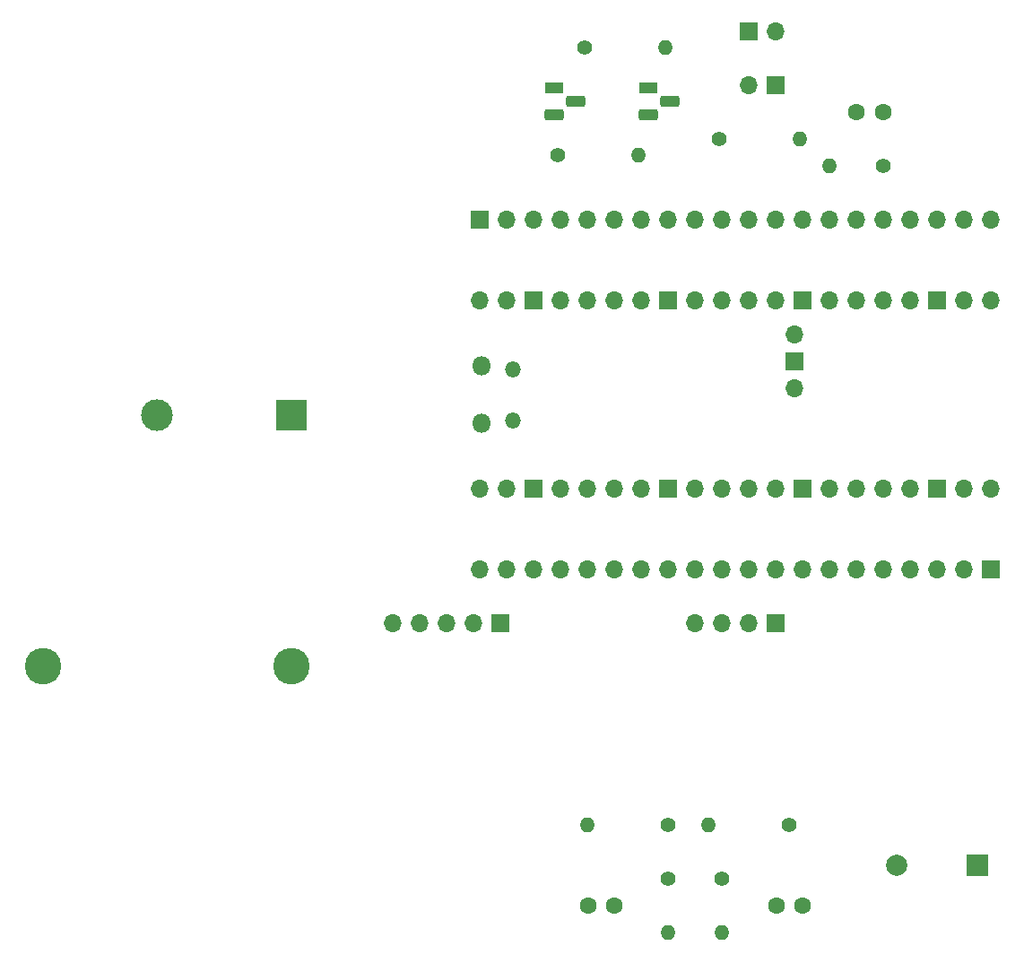
<source format=gbs>
G04 #@! TF.GenerationSoftware,KiCad,Pcbnew,7.0.7*
G04 #@! TF.CreationDate,2023-09-14T12:08:29+02:00*
G04 #@! TF.ProjectId,pulsoximeter,70756c73-6f78-4696-9d65-7465722e6b69,rev?*
G04 #@! TF.SameCoordinates,Original*
G04 #@! TF.FileFunction,Soldermask,Bot*
G04 #@! TF.FilePolarity,Negative*
%FSLAX46Y46*%
G04 Gerber Fmt 4.6, Leading zero omitted, Abs format (unit mm)*
G04 Created by KiCad (PCBNEW 7.0.7) date 2023-09-14 12:08:29*
%MOMM*%
%LPD*%
G01*
G04 APERTURE LIST*
G04 Aperture macros list*
%AMRoundRect*
0 Rectangle with rounded corners*
0 $1 Rounding radius*
0 $2 $3 $4 $5 $6 $7 $8 $9 X,Y pos of 4 corners*
0 Add a 4 corners polygon primitive as box body*
4,1,4,$2,$3,$4,$5,$6,$7,$8,$9,$2,$3,0*
0 Add four circle primitives for the rounded corners*
1,1,$1+$1,$2,$3*
1,1,$1+$1,$4,$5*
1,1,$1+$1,$6,$7*
1,1,$1+$1,$8,$9*
0 Add four rect primitives between the rounded corners*
20,1,$1+$1,$2,$3,$4,$5,0*
20,1,$1+$1,$4,$5,$6,$7,0*
20,1,$1+$1,$6,$7,$8,$9,0*
20,1,$1+$1,$8,$9,$2,$3,0*%
G04 Aperture macros list end*
%ADD10R,1.700000X1.700000*%
%ADD11O,1.700000X1.700000*%
%ADD12C,1.400000*%
%ADD13O,1.400000X1.400000*%
%ADD14C,1.600000*%
%ADD15O,1.800000X1.800000*%
%ADD16O,1.500000X1.500000*%
%ADD17R,1.800000X1.100000*%
%ADD18RoundRect,0.275000X-0.625000X0.275000X-0.625000X-0.275000X0.625000X-0.275000X0.625000X0.275000X0*%
%ADD19R,2.000000X2.000000*%
%ADD20C,2.000000*%
%ADD21C,3.450000*%
%ADD22R,3.000000X3.000000*%
%ADD23C,3.000000*%
G04 APERTURE END LIST*
D10*
X93345000Y-119380000D03*
D11*
X90805000Y-119380000D03*
X88265000Y-119380000D03*
X85725000Y-119380000D03*
X83185000Y-119380000D03*
D10*
X139700000Y-114300000D03*
D11*
X137160000Y-114300000D03*
X134620000Y-114300000D03*
X132080000Y-114300000D03*
X129540000Y-114300000D03*
X127000000Y-114300000D03*
X124460000Y-114300000D03*
X121920000Y-114300000D03*
X119380000Y-114300000D03*
X116840000Y-114300000D03*
X114300000Y-114300000D03*
X111760000Y-114300000D03*
X109220000Y-114300000D03*
X106680000Y-114300000D03*
X104140000Y-114300000D03*
X101600000Y-114300000D03*
X99060000Y-114300000D03*
X96520000Y-114300000D03*
X93980000Y-114300000D03*
X91440000Y-114300000D03*
D12*
X109220000Y-138430000D03*
D13*
X101600000Y-138430000D03*
D12*
X98835000Y-75155000D03*
D13*
X106455000Y-75155000D03*
D12*
X114075000Y-73660000D03*
D13*
X121695000Y-73660000D03*
D12*
X114300000Y-143510000D03*
D13*
X114300000Y-148590000D03*
D14*
X101640000Y-146050000D03*
X104140000Y-146050000D03*
D12*
X109220000Y-143510000D03*
D13*
X109220000Y-148590000D03*
D15*
X91570000Y-100515000D03*
D16*
X94600000Y-100215000D03*
X94600000Y-95365000D03*
D15*
X91570000Y-95065000D03*
D11*
X91440000Y-106680000D03*
X93980000Y-106680000D03*
D10*
X96520000Y-106680000D03*
D11*
X99060000Y-106680000D03*
X101600000Y-106680000D03*
X104140000Y-106680000D03*
X106680000Y-106680000D03*
D10*
X109220000Y-106680000D03*
D11*
X111760000Y-106680000D03*
X114300000Y-106680000D03*
X116840000Y-106680000D03*
X119380000Y-106680000D03*
D10*
X121920000Y-106680000D03*
D11*
X124460000Y-106680000D03*
X127000000Y-106680000D03*
X129540000Y-106680000D03*
X132080000Y-106680000D03*
D10*
X134620000Y-106680000D03*
D11*
X137160000Y-106680000D03*
X139700000Y-106680000D03*
X139700000Y-88900000D03*
X137160000Y-88900000D03*
D10*
X134620000Y-88900000D03*
D11*
X132080000Y-88900000D03*
X129540000Y-88900000D03*
X127000000Y-88900000D03*
X124460000Y-88900000D03*
D10*
X121920000Y-88900000D03*
D11*
X119380000Y-88900000D03*
X116840000Y-88900000D03*
X114300000Y-88900000D03*
X111760000Y-88900000D03*
D10*
X109220000Y-88900000D03*
D11*
X106680000Y-88900000D03*
X104140000Y-88900000D03*
X101600000Y-88900000D03*
X99060000Y-88900000D03*
D10*
X96520000Y-88900000D03*
D11*
X93980000Y-88900000D03*
X91440000Y-88900000D03*
X121170000Y-97205900D03*
D10*
X121170000Y-94665900D03*
D11*
X121170000Y-92125900D03*
D10*
X91440000Y-81280000D03*
D11*
X93980000Y-81280000D03*
X96520000Y-81280000D03*
X99060000Y-81280000D03*
X101600000Y-81280000D03*
X104140000Y-81280000D03*
X106680000Y-81280000D03*
X109220000Y-81280000D03*
X111760000Y-81280000D03*
X114300000Y-81280000D03*
X116840000Y-81280000D03*
X119380000Y-81280000D03*
X121920000Y-81280000D03*
X124460000Y-81280000D03*
X127000000Y-81280000D03*
X129540000Y-81280000D03*
X132080000Y-81280000D03*
X134620000Y-81280000D03*
X137160000Y-81280000D03*
X139700000Y-81280000D03*
D10*
X119380000Y-68580000D03*
D11*
X116840000Y-68580000D03*
D14*
X129500000Y-71120000D03*
X127000000Y-71120000D03*
X119420000Y-146050000D03*
X121920000Y-146050000D03*
D17*
X98435000Y-68805000D03*
D18*
X100505000Y-70075000D03*
X98435000Y-71345000D03*
D19*
X138420000Y-142240000D03*
D20*
X130820000Y-142240000D03*
D12*
X120650000Y-138430000D03*
D13*
X113030000Y-138430000D03*
D10*
X116840000Y-63500000D03*
D11*
X119380000Y-63500000D03*
D12*
X101375000Y-64995000D03*
D13*
X108995000Y-64995000D03*
D12*
X129540000Y-76200000D03*
D13*
X124460000Y-76200000D03*
D10*
X119380000Y-119380000D03*
D11*
X116840000Y-119380000D03*
X114300000Y-119380000D03*
X111760000Y-119380000D03*
D17*
X107325000Y-68805000D03*
D18*
X109395000Y-70075000D03*
X107325000Y-71345000D03*
D21*
X50160000Y-123415000D03*
X73660000Y-123415000D03*
D22*
X73660000Y-99695000D03*
D23*
X60960000Y-99695000D03*
M02*

</source>
